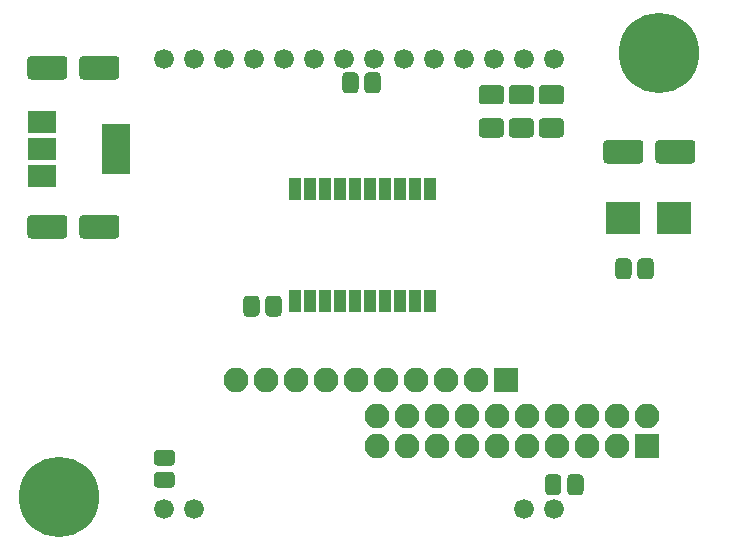
<source format=gts>
G04 #@! TF.GenerationSoftware,KiCad,Pcbnew,(5.1.6-0-10_14)*
G04 #@! TF.CreationDate,2021-08-09T12:52:48+02:00*
G04 #@! TF.ProjectId,dogs102,646f6773-3130-4322-9e6b-696361645f70,rev?*
G04 #@! TF.SameCoordinates,Original*
G04 #@! TF.FileFunction,Soldermask,Top*
G04 #@! TF.FilePolarity,Negative*
%FSLAX46Y46*%
G04 Gerber Fmt 4.6, Leading zero omitted, Abs format (unit mm)*
G04 Created by KiCad (PCBNEW (5.1.6-0-10_14)) date 2021-08-09 12:52:48*
%MOMM*%
%LPD*%
G01*
G04 APERTURE LIST*
%ADD10R,1.000000X1.900000*%
%ADD11O,2.100000X2.100000*%
%ADD12R,2.100000X2.100000*%
%ADD13C,1.200000*%
%ADD14C,6.800000*%
%ADD15R,2.900000X2.700000*%
%ADD16R,2.400000X1.900000*%
%ADD17R,2.400000X4.200000*%
%ADD18C,1.680000*%
G04 APERTURE END LIST*
D10*
X141605000Y-97358000D03*
X142875000Y-97358000D03*
X144145000Y-97358000D03*
X145415000Y-97358000D03*
X146685000Y-97358000D03*
X147955000Y-97358000D03*
X149225000Y-97358000D03*
X150495000Y-97358000D03*
X151765000Y-97358000D03*
X153035000Y-97358000D03*
X153035000Y-106858000D03*
X151765000Y-106858000D03*
X150495000Y-106858000D03*
X149225000Y-106858000D03*
X141605000Y-106858000D03*
X142875000Y-106858000D03*
X144145000Y-106858000D03*
X145415000Y-106858000D03*
X146685000Y-106858000D03*
X147955000Y-106858000D03*
D11*
X148590000Y-116586000D03*
X148590000Y-119126000D03*
X151130000Y-116586000D03*
X151130000Y-119126000D03*
X153670000Y-116586000D03*
X153670000Y-119126000D03*
X156210000Y-116586000D03*
X156210000Y-119126000D03*
X158750000Y-116586000D03*
X158750000Y-119126000D03*
X161290000Y-116586000D03*
X161290000Y-119126000D03*
X163830000Y-116586000D03*
X163830000Y-119126000D03*
X166370000Y-116586000D03*
X166370000Y-119126000D03*
X168910000Y-116586000D03*
X168910000Y-119126000D03*
X171450000Y-116586000D03*
D12*
X171450000Y-119126000D03*
D13*
X174163056Y-84154944D03*
X172466000Y-83452000D03*
X170768944Y-84154944D03*
X170066000Y-85852000D03*
X170768944Y-87549056D03*
X172466000Y-88252000D03*
X174163056Y-87549056D03*
X174866000Y-85852000D03*
D14*
X172466000Y-85852000D03*
D13*
X123363056Y-121746944D03*
X121666000Y-121044000D03*
X119968944Y-121746944D03*
X119266000Y-123444000D03*
X119968944Y-125141056D03*
X121666000Y-125844000D03*
X123363056Y-125141056D03*
X124066000Y-123444000D03*
D14*
X121666000Y-123444000D03*
G36*
G01*
X164666500Y-122984250D02*
X164666500Y-121871750D01*
G75*
G02*
X165010250Y-121528000I343750J0D01*
G01*
X165697750Y-121528000D01*
G75*
G02*
X166041500Y-121871750I0J-343750D01*
G01*
X166041500Y-122984250D01*
G75*
G02*
X165697750Y-123328000I-343750J0D01*
G01*
X165010250Y-123328000D01*
G75*
G02*
X164666500Y-122984250I0J343750D01*
G01*
G37*
G36*
G01*
X162791500Y-122984250D02*
X162791500Y-121871750D01*
G75*
G02*
X163135250Y-121528000I343750J0D01*
G01*
X163822750Y-121528000D01*
G75*
G02*
X164166500Y-121871750I0J-343750D01*
G01*
X164166500Y-122984250D01*
G75*
G02*
X163822750Y-123328000I-343750J0D01*
G01*
X163135250Y-123328000D01*
G75*
G02*
X162791500Y-122984250I0J343750D01*
G01*
G37*
G36*
G01*
X131112250Y-120829500D02*
X129999750Y-120829500D01*
G75*
G02*
X129656000Y-120485750I0J343750D01*
G01*
X129656000Y-119798250D01*
G75*
G02*
X129999750Y-119454500I343750J0D01*
G01*
X131112250Y-119454500D01*
G75*
G02*
X131456000Y-119798250I0J-343750D01*
G01*
X131456000Y-120485750D01*
G75*
G02*
X131112250Y-120829500I-343750J0D01*
G01*
G37*
G36*
G01*
X131112250Y-122704500D02*
X129999750Y-122704500D01*
G75*
G02*
X129656000Y-122360750I0J343750D01*
G01*
X129656000Y-121673250D01*
G75*
G02*
X129999750Y-121329500I343750J0D01*
G01*
X131112250Y-121329500D01*
G75*
G02*
X131456000Y-121673250I0J-343750D01*
G01*
X131456000Y-122360750D01*
G75*
G02*
X131112250Y-122704500I-343750J0D01*
G01*
G37*
D11*
X136652000Y-113538000D03*
X139192000Y-113538000D03*
X141732000Y-113538000D03*
X144272000Y-113538000D03*
X146812000Y-113538000D03*
X149352000Y-113538000D03*
X151892000Y-113538000D03*
X154432000Y-113538000D03*
X156972000Y-113538000D03*
D12*
X159512000Y-113538000D03*
D15*
X173718000Y-99822000D03*
X169418000Y-99822000D03*
G36*
G01*
X170605500Y-104696250D02*
X170605500Y-103583750D01*
G75*
G02*
X170949250Y-103240000I343750J0D01*
G01*
X171636750Y-103240000D01*
G75*
G02*
X171980500Y-103583750I0J-343750D01*
G01*
X171980500Y-104696250D01*
G75*
G02*
X171636750Y-105040000I-343750J0D01*
G01*
X170949250Y-105040000D01*
G75*
G02*
X170605500Y-104696250I0J343750D01*
G01*
G37*
G36*
G01*
X168730500Y-104696250D02*
X168730500Y-103583750D01*
G75*
G02*
X169074250Y-103240000I343750J0D01*
G01*
X169761750Y-103240000D01*
G75*
G02*
X170105500Y-103583750I0J-343750D01*
G01*
X170105500Y-104696250D01*
G75*
G02*
X169761750Y-105040000I-343750J0D01*
G01*
X169074250Y-105040000D01*
G75*
G02*
X168730500Y-104696250I0J343750D01*
G01*
G37*
G36*
G01*
X172118000Y-94921500D02*
X172118000Y-93546500D01*
G75*
G02*
X172430500Y-93234000I312500J0D01*
G01*
X175205500Y-93234000D01*
G75*
G02*
X175518000Y-93546500I0J-312500D01*
G01*
X175518000Y-94921500D01*
G75*
G02*
X175205500Y-95234000I-312500J0D01*
G01*
X172430500Y-95234000D01*
G75*
G02*
X172118000Y-94921500I0J312500D01*
G01*
G37*
G36*
G01*
X167718000Y-94921500D02*
X167718000Y-93546500D01*
G75*
G02*
X168030500Y-93234000I312500J0D01*
G01*
X170805500Y-93234000D01*
G75*
G02*
X171118000Y-93546500I0J-312500D01*
G01*
X171118000Y-94921500D01*
G75*
G02*
X170805500Y-95234000I-312500J0D01*
G01*
X168030500Y-95234000D01*
G75*
G02*
X167718000Y-94921500I0J312500D01*
G01*
G37*
G36*
G01*
X164067000Y-90233000D02*
X162577000Y-90233000D01*
G75*
G02*
X162247000Y-89903000I0J330000D01*
G01*
X162247000Y-88913000D01*
G75*
G02*
X162577000Y-88583000I330000J0D01*
G01*
X164067000Y-88583000D01*
G75*
G02*
X164397000Y-88913000I0J-330000D01*
G01*
X164397000Y-89903000D01*
G75*
G02*
X164067000Y-90233000I-330000J0D01*
G01*
G37*
G36*
G01*
X164067000Y-93033000D02*
X162577000Y-93033000D01*
G75*
G02*
X162247000Y-92703000I0J330000D01*
G01*
X162247000Y-91713000D01*
G75*
G02*
X162577000Y-91383000I330000J0D01*
G01*
X164067000Y-91383000D01*
G75*
G02*
X164397000Y-91713000I0J-330000D01*
G01*
X164397000Y-92703000D01*
G75*
G02*
X164067000Y-93033000I-330000J0D01*
G01*
G37*
G36*
G01*
X158987000Y-90233000D02*
X157497000Y-90233000D01*
G75*
G02*
X157167000Y-89903000I0J330000D01*
G01*
X157167000Y-88913000D01*
G75*
G02*
X157497000Y-88583000I330000J0D01*
G01*
X158987000Y-88583000D01*
G75*
G02*
X159317000Y-88913000I0J-330000D01*
G01*
X159317000Y-89903000D01*
G75*
G02*
X158987000Y-90233000I-330000J0D01*
G01*
G37*
G36*
G01*
X158987000Y-93033000D02*
X157497000Y-93033000D01*
G75*
G02*
X157167000Y-92703000I0J330000D01*
G01*
X157167000Y-91713000D01*
G75*
G02*
X157497000Y-91383000I330000J0D01*
G01*
X158987000Y-91383000D01*
G75*
G02*
X159317000Y-91713000I0J-330000D01*
G01*
X159317000Y-92703000D01*
G75*
G02*
X158987000Y-93033000I-330000J0D01*
G01*
G37*
G36*
G01*
X160037000Y-91383000D02*
X161527000Y-91383000D01*
G75*
G02*
X161857000Y-91713000I0J-330000D01*
G01*
X161857000Y-92703000D01*
G75*
G02*
X161527000Y-93033000I-330000J0D01*
G01*
X160037000Y-93033000D01*
G75*
G02*
X159707000Y-92703000I0J330000D01*
G01*
X159707000Y-91713000D01*
G75*
G02*
X160037000Y-91383000I330000J0D01*
G01*
G37*
G36*
G01*
X160037000Y-88583000D02*
X161527000Y-88583000D01*
G75*
G02*
X161857000Y-88913000I0J-330000D01*
G01*
X161857000Y-89903000D01*
G75*
G02*
X161527000Y-90233000I-330000J0D01*
G01*
X160037000Y-90233000D01*
G75*
G02*
X159707000Y-89903000I0J330000D01*
G01*
X159707000Y-88913000D01*
G75*
G02*
X160037000Y-88583000I330000J0D01*
G01*
G37*
D16*
X120192000Y-91680000D03*
X120192000Y-96280000D03*
X120192000Y-93980000D03*
D17*
X126492000Y-93980000D03*
D18*
X163576000Y-86360000D03*
X161036000Y-86360000D03*
X158496000Y-86360000D03*
X155956000Y-86360000D03*
X153416000Y-86360000D03*
X150876000Y-86360000D03*
X148336000Y-86360000D03*
X145796000Y-86360000D03*
X143256000Y-86360000D03*
X140716000Y-86360000D03*
X138176000Y-86360000D03*
X135636000Y-86360000D03*
X133096000Y-86360000D03*
X130556000Y-86360000D03*
X161036000Y-124460000D03*
X163576000Y-124460000D03*
X133096000Y-124460000D03*
X130556000Y-124460000D03*
G36*
G01*
X123350000Y-87809500D02*
X123350000Y-86434500D01*
G75*
G02*
X123662500Y-86122000I312500J0D01*
G01*
X126437500Y-86122000D01*
G75*
G02*
X126750000Y-86434500I0J-312500D01*
G01*
X126750000Y-87809500D01*
G75*
G02*
X126437500Y-88122000I-312500J0D01*
G01*
X123662500Y-88122000D01*
G75*
G02*
X123350000Y-87809500I0J312500D01*
G01*
G37*
G36*
G01*
X118950000Y-87809500D02*
X118950000Y-86434500D01*
G75*
G02*
X119262500Y-86122000I312500J0D01*
G01*
X122037500Y-86122000D01*
G75*
G02*
X122350000Y-86434500I0J-312500D01*
G01*
X122350000Y-87809500D01*
G75*
G02*
X122037500Y-88122000I-312500J0D01*
G01*
X119262500Y-88122000D01*
G75*
G02*
X118950000Y-87809500I0J312500D01*
G01*
G37*
G36*
G01*
X123350000Y-101271500D02*
X123350000Y-99896500D01*
G75*
G02*
X123662500Y-99584000I312500J0D01*
G01*
X126437500Y-99584000D01*
G75*
G02*
X126750000Y-99896500I0J-312500D01*
G01*
X126750000Y-101271500D01*
G75*
G02*
X126437500Y-101584000I-312500J0D01*
G01*
X123662500Y-101584000D01*
G75*
G02*
X123350000Y-101271500I0J312500D01*
G01*
G37*
G36*
G01*
X118950000Y-101271500D02*
X118950000Y-99896500D01*
G75*
G02*
X119262500Y-99584000I312500J0D01*
G01*
X122037500Y-99584000D01*
G75*
G02*
X122350000Y-99896500I0J-312500D01*
G01*
X122350000Y-101271500D01*
G75*
G02*
X122037500Y-101584000I-312500J0D01*
G01*
X119262500Y-101584000D01*
G75*
G02*
X118950000Y-101271500I0J312500D01*
G01*
G37*
G36*
G01*
X139109500Y-107871250D02*
X139109500Y-106758750D01*
G75*
G02*
X139453250Y-106415000I343750J0D01*
G01*
X140140750Y-106415000D01*
G75*
G02*
X140484500Y-106758750I0J-343750D01*
G01*
X140484500Y-107871250D01*
G75*
G02*
X140140750Y-108215000I-343750J0D01*
G01*
X139453250Y-108215000D01*
G75*
G02*
X139109500Y-107871250I0J343750D01*
G01*
G37*
G36*
G01*
X137234500Y-107871250D02*
X137234500Y-106758750D01*
G75*
G02*
X137578250Y-106415000I343750J0D01*
G01*
X138265750Y-106415000D01*
G75*
G02*
X138609500Y-106758750I0J-343750D01*
G01*
X138609500Y-107871250D01*
G75*
G02*
X138265750Y-108215000I-343750J0D01*
G01*
X137578250Y-108215000D01*
G75*
G02*
X137234500Y-107871250I0J343750D01*
G01*
G37*
G36*
G01*
X146991500Y-87835750D02*
X146991500Y-88948250D01*
G75*
G02*
X146647750Y-89292000I-343750J0D01*
G01*
X145960250Y-89292000D01*
G75*
G02*
X145616500Y-88948250I0J343750D01*
G01*
X145616500Y-87835750D01*
G75*
G02*
X145960250Y-87492000I343750J0D01*
G01*
X146647750Y-87492000D01*
G75*
G02*
X146991500Y-87835750I0J-343750D01*
G01*
G37*
G36*
G01*
X148866500Y-87835750D02*
X148866500Y-88948250D01*
G75*
G02*
X148522750Y-89292000I-343750J0D01*
G01*
X147835250Y-89292000D01*
G75*
G02*
X147491500Y-88948250I0J343750D01*
G01*
X147491500Y-87835750D01*
G75*
G02*
X147835250Y-87492000I343750J0D01*
G01*
X148522750Y-87492000D01*
G75*
G02*
X148866500Y-87835750I0J-343750D01*
G01*
G37*
M02*

</source>
